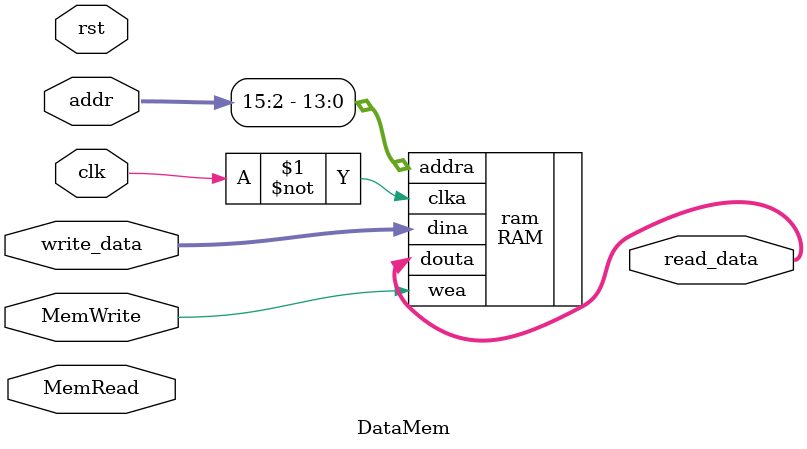
<source format=sv>
module DataMem (
    input               clk, rst,
    input [31:0]        addr, write_data, 
    input               MemRead, MemWrite,
    output [31:0]       read_data
);

    RAM ram(
        .clka(~clk),
        .addra(addr[15:2]),
        .dina(write_data),
        .douta(read_data),
        .wea(MemWrite)
    );





endmodule
</source>
